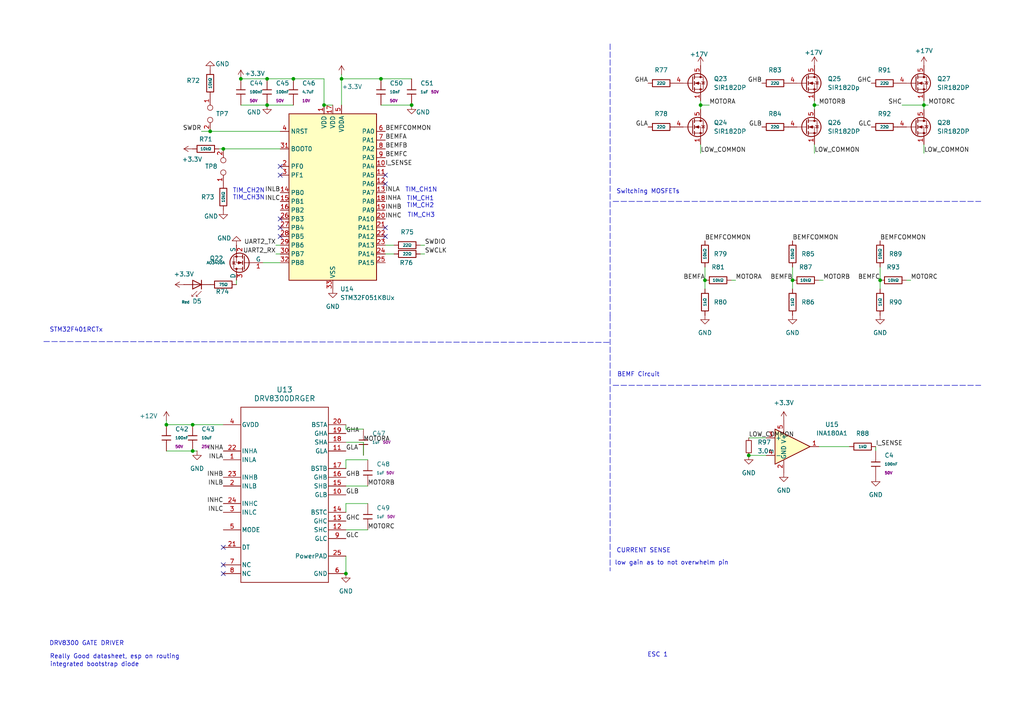
<source format=kicad_sch>
(kicad_sch (version 20250114) (generator "eeschema") (generator_version "9.0")
  (paper "A4")
  (text "DRV8300 GATE DRIVER\n" (at 25.146 186.69 0) (effects (font (size 1.27 1.27))))
  (text "TIM_CH3\n\n" (at 122.174 63.5 0) (effects (font (size 1.27 1.27))))
  (text "TIM_CH1N" (at 122.174 55.118 0) (effects (font (size 1.27 1.27))))
  (text "low gain as to not overwhelm pin\n" (at 194.818 163.322 0) (effects (font (size 1.27 1.27))))
  (text "Switching MOSFETs\n" (at 187.96 55.626 0) (effects (font (size 1.27 1.27))))
  (text "CURRENT SENSE\n" (at 186.69 159.766 0) (effects (font (size 1.27 1.27))))
  (text "integrated bootstrap diode\n" (at 27.432 192.786 0) (effects (font (size 1.27 1.27))))
  (text "TIM_CH3N\n\n\n" (at 72.136 59.436 0) (effects (font (size 1.27 1.27))))
  (text "BEMF Circuit\n" (at 185.166 108.712 0) (effects (font (size 1.27 1.27))))
  (text "STM32F401RCTx" (at 22.098 95.758 0) (effects (font (size 1.27 1.27))))
  (text "TIM_CH2\n\n" (at 121.92 60.706 0) (effects (font (size 1.27 1.27))))
  (text "ESC 1" (at 190.754 189.992 0) (effects (font (size 1.27 1.27))))
  (text "TIM_CH1\n" (at 121.92 57.658 0) (effects (font (size 1.27 1.27))))
  (text "TIM_CH2N\n\n\n" (at 72.136 57.404 0) (effects (font (size 1.27 1.27))))
  (text "Really Good datasheet, esp on routing\n" (at 33.274 190.5 0) (effects (font (size 1.27 1.27))))
  (junction (at 48.26 123.19))
  (junction (at 203.2 30.48))
  (junction (at 85.09 22.86))
  (junction (at 69.85 22.86))
  (junction (at 119.38 30.48))
  (junction (at 99.06 22.86))
  (junction (at 93.98 30.48))
  (junction (at 236.22 30.48))
  (junction (at 255.27 81.28))
  (junction (at 77.47 22.86))
  (junction (at 217.17 132.08))
  (junction (at 267.97 30.48))
  (junction (at 60.96 38.1))
  (junction (at 110.49 22.86))
  (junction (at 204.47 81.28))
  (junction (at 55.88 123.19))
  (junction (at 55.88 130.81))
  (junction (at 77.47 30.48))
  (junction (at 100.33 166.37))
  (junction (at 229.87 81.28))
  (junction (at 64.77 43.18))
  (no_connect (at 111.76 68.58))
  (no_connect (at 81.28 50.8))
  (no_connect (at 64.77 166.37))
  (no_connect (at 111.76 66.04))
  (no_connect (at 111.76 50.8))
  (no_connect (at 81.28 48.26))
  (no_connect (at 64.77 163.83))
  (no_connect (at 111.76 53.34))
  (no_connect (at 81.28 63.5))
  (no_connect (at 64.77 158.75))
  (no_connect (at 81.28 68.58))
  (no_connect (at 81.28 66.04))
  (wire (pts (xy 93.98 22.86) (xy 85.09 22.86)))
  (wire (pts (xy 63.5 43.18) (xy 64.77 43.18)))
  (wire (pts (xy 100.33 146.05) (xy 100.33 148.59)))
  (wire (pts (xy 99.06 21.59) (xy 99.06 22.86)))
  (wire (pts (xy 203.2 29.21) (xy 203.2 30.48)))
  (wire (pts (xy 100.33 124.46) (xy 100.33 123.19)))
  (wire (pts (xy 261.62 30.48) (xy 267.97 30.48)))
  (wire (pts (xy 217.17 132.08) (xy 222.25 132.08)))
  (polyline (pts (xy 176.9572 91.4718) (xy 176.9571 165.6086)) (stroke (width 0) (type dash)))
  (polyline (pts (xy 176.9572 12.7318) (xy 176.9572 91.4718)) (stroke (width 0) (type dash)))
  (wire (pts (xy 267.97 44.45) (xy 267.97 41.91)))
  (wire (pts (xy 105.41 128.27) (xy 100.33 128.27)))
  (wire (pts (xy 229.87 81.28) (xy 229.87 83.82)))
  (wire (pts (xy 58.42 38.1) (xy 60.96 38.1)))
  (wire (pts (xy 76.2 76.2) (xy 81.28 76.2)))
  (wire (pts (xy 204.47 77.47) (xy 204.47 81.28)))
  (wire (pts (xy 121.92 73.66) (xy 123.19 73.66)))
  (wire (pts (xy 80.01 71.12) (xy 81.28 71.12)))
  (wire (pts (xy 100.33 153.67) (xy 106.68 153.67)))
  (wire (pts (xy 205.74 30.48) (xy 203.2 30.48)))
  (wire (pts (xy 77.47 30.48) (xy 85.09 30.48)))
  (polyline (pts (xy 177.8 58.42) (xy 284.48 58.42)) (stroke (width 0) (type dash)))
  (wire (pts (xy 255.27 77.47) (xy 255.27 81.28)))
  (wire (pts (xy 236.22 30.48) (xy 236.22 31.75)))
  (wire (pts (xy 60.96 38.1) (xy 81.28 38.1)))
  (wire (pts (xy 262.89 81.28) (xy 264.16 81.28)))
  (polyline (pts (xy 177.8 111.76) (xy 284.48 111.76)) (stroke (width 0) (type dash)))
  (wire (pts (xy 229.87 77.47) (xy 229.87 81.28)))
  (wire (pts (xy 110.49 30.48) (xy 119.38 30.48)))
  (wire (pts (xy 100.33 133.35) (xy 100.33 135.89)))
  (wire (pts (xy 77.47 22.86) (xy 85.09 22.86)))
  (wire (pts (xy 204.47 81.28) (xy 204.47 83.82)))
  (wire (pts (xy 55.88 123.19) (xy 64.77 123.19)))
  (wire (pts (xy 212.09 81.28) (xy 213.36 81.28)))
  (wire (pts (xy 48.26 123.19) (xy 55.88 123.19)))
  (wire (pts (xy 48.26 130.81) (xy 55.88 130.81)))
  (wire (pts (xy 106.68 133.35) (xy 100.33 133.35)))
  (wire (pts (xy 99.06 22.86) (xy 99.06 30.48)))
  (wire (pts (xy 237.49 30.48) (xy 236.22 30.48)))
  (wire (pts (xy 69.85 30.48) (xy 77.47 30.48)))
  (wire (pts (xy 267.97 30.48) (xy 267.97 31.75)))
  (wire (pts (xy 64.77 43.18) (xy 81.28 43.18)))
  (wire (pts (xy 246.38 129.54) (xy 237.49 129.54)))
  (wire (pts (xy 111.76 71.12) (xy 114.3 71.12)))
  (wire (pts (xy 105.41 132.08) (xy 105.41 128.27)))
  (wire (pts (xy 114.3 73.66) (xy 111.76 73.66)))
  (wire (pts (xy 121.92 71.12) (xy 123.19 71.12)))
  (wire (pts (xy 217.17 127) (xy 222.25 127)))
  (wire (pts (xy 55.88 130.81) (xy 57.15 130.81)))
  (wire (pts (xy 48.26 121.92) (xy 48.26 123.19)))
  (polyline (pts (xy 12.7 99.06) (xy 176.9006 99.308)) (stroke (width 0) (type dash)))
  (wire (pts (xy 119.38 22.86) (xy 110.49 22.86)))
  (wire (pts (xy 100.33 161.29) (xy 100.33 166.37)))
  (wire (pts (xy 68.58 81.28) (xy 68.58 82.55)))
  (wire (pts (xy 100.33 124.46) (xy 105.41 124.46)))
  (wire (pts (xy 93.98 30.48) (xy 96.52 30.48)))
  (wire (pts (xy 106.68 146.05) (xy 100.33 146.05)))
  (wire (pts (xy 267.97 29.21) (xy 267.97 30.48)))
  (wire (pts (xy 255.27 81.28) (xy 255.27 83.82)))
  (wire (pts (xy 69.85 22.86) (xy 77.47 22.86)))
  (wire (pts (xy 203.2 30.48) (xy 203.2 31.75)))
  (wire (pts (xy 236.22 29.21) (xy 236.22 30.48)))
  (wire (pts (xy 99.06 22.86) (xy 110.49 22.86)))
  (wire (pts (xy 237.49 81.28) (xy 238.76 81.28)))
  (wire (pts (xy 80.01 73.66) (xy 81.28 73.66)))
  (wire (pts (xy 254 130.81) (xy 254 129.54)))
  (wire (pts (xy 269.24 30.48) (xy 267.97 30.48)))
  (wire (pts (xy 236.22 44.45) (xy 236.22 41.91)))
  (wire (pts (xy 203.2 44.45) (xy 203.2 41.91)))
  (wire (pts (xy 93.98 30.48) (xy 93.98 22.86)))
  (wire (pts (xy 100.33 140.97) (xy 106.68 140.97)))
  (label "GLC" (at 252.73 36.83 180))
  (label "SWCLK" (at 123.19 73.66 0))
  (label "SWDIO" (at 123.19 71.12 0))
  (label "MOTORC" (at 264.16 81.28 0))
  (label "BEMFCOMMON" (at 229.87 69.85 0))
  (label "INLB" (at 64.77 140.97 180))
  (label "MOTORB" (at 106.68 140.97 0))
  (label "INLC" (at 81.28 58.42 180))
  (label "GHA" (at 187.96 24.13 180))
  (label "GHC" (at 100.33 151.13 0))
  (label "MOTORB" (at 238.76 81.28 0))
  (label "UART2_RX" (at 80.01 73.66 180))
  (label "UART2_TX" (at 80.01 71.12 180))
  (label "MOTORB" (at 237.49 30.48 0))
  (label "BEMFCOMMON" (at 255.27 69.85 0))
  (label "MOTORC" (at 106.68 153.67 0))
  (label "GLB" (at 220.98 36.83 180))
  (label "MOTORA" (at 213.36 81.28 0))
  (label "INLB" (at 81.28 55.88 180))
  (label "GLB" (at 100.33 143.51 0))
  (label "LOW_COMMON" (at 203.2 44.45 0))
  (label "INHB" (at 64.77 138.43 180))
  (label "BEMFA" (at 111.76 40.64 0))
  (label "BEMFA" (at 204.47 81.28 180))
  (label "BEMFC" (at 255.27 81.28 180))
  (label "GHC" (at 252.73 24.13 180))
  (label "I_SENSE" (at 111.76 48.26 0))
  (label "INHB" (at 111.76 60.96 0))
  (label "MOTORC" (at 269.24 30.48 0))
  (label "I_SENSE" (at 254 129.54 0))
  (label "INLC" (at 64.77 148.59 180))
  (label "MOTORA" (at 105.41 128.27 0))
  (label "GHB" (at 220.98 24.13 180))
  (label "INLA" (at 111.76 55.88 0))
  (label "SHC" (at 261.62 30.48 180))
  (label "LOW_COMMON" (at 236.22 44.45 0))
  (label "BEMFCOMMON" (at 204.47 69.85 0))
  (label "SWDR" (at 58.42 38.1 180))
  (label "LOW_COMMON" (at 267.97 44.45 0))
  (label "GHA" (at 100.33 125.73 0))
  (label "INHC" (at 111.76 63.5 0))
  (label "BEMFCOMMON" (at 111.76 38.1 0))
  (label "BEMFB" (at 229.87 81.28 180))
  (label "BEMFB" (at 111.76 43.18 0))
  (label "MOTORA" (at 205.74 30.48 0))
  (label "INHA" (at 111.76 58.42 0))
  (label "GLA" (at 100.33 130.81 0))
  (label "INHC" (at 64.77 146.05 180))
  (label "INHA" (at 64.77 130.81 180))
  (label "LOW_COMMON" (at 217.17 127 0))
  (label "GLA" (at 187.96 36.83 180))
  (label "INLA" (at 64.77 133.35 180))
  (label "BEMFC" (at 111.76 45.72 0))
  (label "GHB" (at 100.33 138.43 0))
  (label "GLC" (at 100.33 156.21 0))
  (symbol (lib_id "PCM_JLCPCB-Resistors:0402,22Ω") (at 191.77 24.13 90) (unit 1)
    (property "Reference" "R33" (at 191.77 20.32 90))
    (property "Value" "22Ω" (at 191.77 24.13 90) (effects (font (size 0.8 0.8))))
    (property "Footprint" "PCM_JLCPCB:R_0402" (effects (hide yes)))
    (property "Description" "100mW Thick Film Resistor ±5% ±200ppm/℃ 22Ω 0402 Chip Resistor - Surface Mount ROHS" (effects (hide yes)))
    (property "LCSC" "C400511" (effects (hide yes)))
    (property "Stock" "3325167" (effects (hide yes)))
    (property "Price" "0.004USD" (effects (hide yes)))
    (property "Process" "SMT" (effects (hide yes)))
    (property "Minimum Qty" "20" (effects (hide yes)))
    (property "Attrition Qty" "10" (effects (hide yes)))
    (property "Class" "Basic Component" (effects (hide yes)))
    (property "Category" "Resistors,Chip Resistor - Surface Mount" (effects (hide yes)))
    (property "Resistance" "22Ω" (effects (hide yes)))
    (property "Power(Watts)" "100mW" (effects (hide yes)))
    (property "Type" "Thick Film Resistors" (effects (hide yes)))
    (property "Tolerance" "±1%" (effects (hide yes)))
    (property "Temperature Coefficient" "±100ppm/°C" (effects (hide yes)))
    (instances (project "ESC_Board" (path "" (reference "R77") (unit 1)) (path "" (reference "R54") (unit 1)) (path "" (reference "R33") (unit 1))))
  )
  (symbol (lib_name "0603,1uF_2") (lib_id "PCM_JLCPCB-Capacitors:0603,1uF") (at 105.41 128.27 0) (unit 1)
    (property "Reference" "C29" (at 107.95 125.7299 0) (effects (justify left)))
    (property "Value" "1uF" (at 107.95 128.27 0) (effects (font (size 0.8 0.8)) (justify left)))
    (property "Footprint" "PCM_JLCPCB:C_0603" (effects (hide yes)))
    (property "Description" "50V 1uF X7R ±10% 0603 Multilayer Ceramic Capacitors MLCC - SMD/SMT ROHS" (effects (hide yes)))
    (property "LCSC" "C6119857" (effects (hide yes)))
    (property "Stock" "11587280" (effects (hide yes)))
    (property "Price" "0.008USD" (effects (hide yes)))
    (property "Process" "SMT" (effects (hide yes)))
    (property "Minimum Qty" "20" (effects (hide yes)))
    (property "Attrition Qty" "10" (effects (hide yes)))
    (property "Class" "Basic Component" (effects (hide yes)))
    (property "Category" "Capacitors,Multilayer Ceramic Capacitors MLCC - SMD/SMT" (effects (hide yes)))
    (property "Voltage Rated" "50V" (at 110.998 128.27 0) (effects (font (size 0.8 0.8)) (justify left)))
    (property "Tolerance" "±10%" (effects (hide yes)))
    (property "Capacitance" "1uF" (effects (hide yes)))
    (property "Temperature Coefficient" "X5R" (effects (hide yes)))
    (instances (project "ESC_Board" (path "" (reference "C47") (unit 1)) (path "" (reference "C37") (unit 1)) (path "" (reference "C29") (unit 1))))
  )
  (symbol (lib_id "PCM_JLCPCB-Capacitors:0402,10nF") (at 110.49 26.67 0) (unit 1)
    (property "Reference" "C19" (at 113.03 24.1299 0) (effects (justify left)))
    (property "Value" "10nF" (at 113.03 26.67 0) (effects (font (size 0.8 0.8)) (justify left)))
    (property "Footprint" "PCM_JLCPCB:C_0402" (effects (hide yes)))
    (property "Datasheet" "https://www.lcsc.com/datasheet/lcsc_datasheet_2304140030_Samsung-Electro-Mechanics-CL05B103KB5NNNC_C15195.pdf" (effects (hide yes)))
    (property "Description" "50V 10nF X7R ±10% 0402 Multilayer Ceramic Capacitors MLCC - SMD/SMT ROHS" (effects (hide yes)))
    (property "LCSC" "C15195" (effects (hide yes)))
    (property "Stock" "6402406" (effects (hide yes)))
    (property "Price" "0.005USD" (effects (hide yes)))
    (property "Process" "SMT" (effects (hide yes)))
    (property "Minimum Qty" "20" (effects (hide yes)))
    (property "Attrition Qty" "10" (effects (hide yes)))
    (property "Class" "Basic Component" (effects (hide yes)))
    (property "Category" "Capacitors,Multilayer Ceramic Capacitors MLCC - SMD/SMT" (effects (hide yes)))
    (property "Manufacturer" "Samsung Electro-Mechanics" (effects (hide yes)))
    (property "Part" "CL05B103KB5NNNC" (effects (hide yes)))
    (property "Voltage Rated" "50V" (at 113.03 29.21 0) (effects (font (size 0.8 0.8)) (justify left)))
    (property "Tolerance" "±10%" (effects (hide yes)))
    (property "Capacitance" "10nF" (effects (hide yes)))
    (property "Temperature Coefficient" "X7R" (effects (hide yes)))
    (instances (project "ESC_Board" (path "" (reference "C50") (unit 1)) (path "" (reference "C40") (unit 1)) (path "" (reference "C19") (unit 1))))
  )
  (symbol (lib_id "PCM_JLCPCB-Capacitors:0402,4.7uF") (at 85.09 26.67 0) (unit 1)
    (property "Reference" "C18" (at 87.63 24.1299 0) (effects (justify left)))
    (property "Value" "4.7uF" (at 87.63 26.67 0) (effects (font (size 0.8 0.8)) (justify left)))
    (property "Footprint" "PCM_JLCPCB:C_0402" (effects (hide yes)))
    (property "Datasheet" "https://www.lcsc.com/datasheet/lcsc_datasheet_2304140030_Samsung-Electro-Mechanics-CL05A475MP5NRNC_C23733.pdf" (effects (hide yes)))
    (property "Description" "10V 4.7uF X5R ±20% 0402 Multilayer Ceramic Capacitors MLCC - SMD/SMT ROHS" (effects (hide yes)))
    (property "LCSC" "C23733" (effects (hide yes)))
    (property "Stock" "2764687" (effects (hide yes)))
    (property "Price" "0.008USD" (effects (hide yes)))
    (property "Process" "SMT" (effects (hide yes)))
    (property "Minimum Qty" "20" (effects (hide yes)))
    (property "Attrition Qty" "10" (effects (hide yes)))
    (property "Class" "Basic Component" (effects (hide yes)))
    (property "Category" "Capacitors,Multilayer Ceramic Capacitors MLCC - SMD/SMT" (effects (hide yes)))
    (property "Manufacturer" "Samsung Electro-Mechanics" (effects (hide yes)))
    (property "Part" "CL05A475MP5NRNC" (effects (hide yes)))
    (property "Voltage Rated" "10V" (at 87.63 29.21 0) (effects (font (size 0.8 0.8)) (justify left)))
    (property "Tolerance" "±20%" (effects (hide yes)))
    (property "Capacitance" "4.7uF" (effects (hide yes)))
    (property "Temperature Coefficient" "X5R" (effects (hide yes)))
    (instances (project "ESC_Board" (path "" (reference "C46") (unit 1)) (path "" (reference "C36") (unit 1)) (path "" (reference "C18") (unit 1))))
  )
  (symbol (lib_id "power:GND") (at 64.77 60.96 0) (unit 1)
    (property "Reference" "#PWR027" (effects (hide yes)))
    (property "Value" "GND" (at 61.214 62.738 0))
    (property "Description" "Power symbol creates a global label with name \"GND\" , ground" (effects (hide yes)))
    (instances (project "ESC_Board" (path "" (reference "#PWR086") (unit 1)) (path "" (reference "#PWR063") (unit 1)) (path "" (reference "#PWR027") (unit 1))))
  )
  (symbol (lib_id "PCM_JLCPCB-Resistors:0402,22Ω") (at 118.11 71.12 90) (unit 1)
    (property "Reference" "R31" (at 118.11 67.31 90))
    (property "Value" "22Ω" (at 118.11 71.12 90) (effects (font (size 0.8 0.8))))
    (property "Footprint" "PCM_JLCPCB:R_0402" (effects (hide yes)))
    (property "Description" "100mW Thick Film Resistor ±5% ±200ppm/℃ 22Ω 0402 Chip Resistor - Surface Mount ROHS" (effects (hide yes)))
    (property "LCSC" "C400511" (effects (hide yes)))
    (property "Stock" "3325167" (effects (hide yes)))
    (property "Price" "0.004USD" (effects (hide yes)))
    (property "Process" "SMT" (effects (hide yes)))
    (property "Minimum Qty" "20" (effects (hide yes)))
    (property "Attrition Qty" "10" (effects (hide yes)))
    (property "Class" "Basic Component" (effects (hide yes)))
    (property "Category" "Resistors,Chip Resistor - Surface Mount" (effects (hide yes)))
    (property "Resistance" "22Ω" (effects (hide yes)))
    (property "Power(Watts)" "100mW" (effects (hide yes)))
    (property "Type" "Thick Film Resistors" (effects (hide yes)))
    (property "Tolerance" "±1%" (effects (hide yes)))
    (property "Temperature Coefficient" "±100ppm/°C" (effects (hide yes)))
    (instances (project "ESC_Board" (path "" (reference "R75") (unit 1)) (path "" (reference "R52") (unit 1)) (path "" (reference "R31") (unit 1))))
  )
  (symbol (lib_id "power:+5V") (at 48.26 121.92 0) (mirror y) (unit 1)
    (property "Reference" "#PWR048" (effects (hide yes)))
    (property "Value" "+12V" (at 45.72 120.6499 0) (effects (justify left)))
    (property "Description" "Power symbol creates a global label with name \"+5V\"" (effects (hide yes)))
    (instances (project "ESC_Board" (path "" (reference "#PWR081") (unit 1)) (path "" (reference "#PWR058") (unit 1)) (path "" (reference "#PWR048") (unit 1))))
  )
  (symbol (lib_id "PCM_JLCPCB-Resistors:0402,10kΩ") (at 59.69 43.18 90) (unit 1)
    (property "Reference" "R28" (at 59.69 40.386 90))
    (property "Value" "10kΩ" (at 59.69 43.18 90) (effects (font (size 0.8 0.8))))
    (property "Footprint" "PCM_JLCPCB:R_0402" (effects (hide yes)))
    (property "Description" "100mW Thick Film Resistor ±100ppm/℃ ±1% 10kΩ 0402 Chip Resistor - Surface Mount ROHS" (effects (hide yes)))
    (property "LCSC" "C191123" (effects (hide yes)))
    (property "Stock" "15645317" (effects (hide yes)))
    (property "Price" "0.004USD" (effects (hide yes)))
    (property "Process" "SMT" (effects (hide yes)))
    (property "Minimum Qty" "20" (effects (hide yes)))
    (property "Attrition Qty" "10" (effects (hide yes)))
    (property "Class" "Basic Component" (effects (hide yes)))
    (property "Category" "Resistors,Chip Resistor - Surface Mount" (effects (hide yes)))
    (property "Resistance" "10kΩ" (effects (hide yes)))
    (property "Power(Watts)" "100mW" (effects (hide yes)))
    (property "Type" "Thick Film Resistors" (effects (hide yes)))
    (property "Tolerance" "±1%" (effects (hide yes)))
    (property "Temperature Coefficient" "±100ppm/°C" (effects (hide yes)))
    (instances (project "ESC_Board" (path "" (reference "R71") (unit 1)) (path "" (reference "R48") (unit 1)) (path "" (reference "R28") (unit 1))))
  )
  (symbol (lib_id "PCM_JLCPCB-Resistors:0603,1kΩ") (at 255.27 87.63 0) (unit 1)
    (property "Reference" "R44" (at 257.81 87.6299 0) (effects (justify left)))
    (property "Value" "1kΩ" (at 255.27 87.63 90) (effects (font (size 0.8 0.8))))
    (property "Footprint" "PCM_JLCPCB:R_0402" (effects (hide yes)))
    (property "Description" "100mW Thick Film Resistor 50V ±100ppm/℃ ±5% 1kΩ 0402 Chip Resistor - Surface Mount ROHS" (effects (hide yes)))
    (property "LCSC" "C2759467" (effects (hide yes)))
    (property "Stock" "23435537" (effects (hide yes)))
    (property "Price" "0.004USD" (effects (hide yes)))
    (property "Process" "SMT" (effects (hide yes)))
    (property "Minimum Qty" "20" (effects (hide yes)))
    (property "Attrition Qty" "10" (effects (hide yes)))
    (property "Class" "Basic Component" (effects (hide yes)))
    (property "Category" "Resistors,Chip Resistor - Surface Mount" (effects (hide yes)))
    (property "Part" "HP02WAJ0102TCE" (effects (hide yes)))
    (property "Resistance" "1kΩ" (effects (hide yes)))
    (property "Power(Watts)" "100mW" (effects (hide yes)))
    (property "Type" "Thick Film Resistors" (effects (hide yes)))
    (property "Tolerance" "±1%" (effects (hide yes)))
    (property "Temperature Coefficient" "±100ppm/°C" (effects (hide yes)))
    (instances (project "ESC_Board" (path "" (reference "R90") (unit 1)) (path "" (reference "R67") (unit 1)) (path "" (reference "R44") (unit 1))))
  )
  (symbol (lib_id "power:+3.3V") (at 227.33 121.92 0) (unit 1)
    (property "Reference" "#PWR057" (effects (hide yes)))
    (property "Value" "+3.3V" (at 227.33 116.84 0))
    (property "Description" "Power symbol creates a global label with name \"+3.3V\"" (effects (hide yes)))
    (instances (project "ESC_Board" (path "" (reference "#PWR097") (unit 1)) (path "" (reference "#PWR074") (unit 1)) (path "" (reference "#PWR057") (unit 1))))
  )
  (symbol (lib_id "power:+3.3V") (at 55.88 43.18 90) (unit 1)
    (property "Reference" "#PWR025" (effects (hide yes)))
    (property "Value" "+3.3V" (at 58.674 46.228 90) (effects (justify left)))
    (property "Description" "Power symbol creates a global label with name \"+3.3V\"" (effects (hide yes)))
    (instances (project "ESC_Board" (path "" (reference "#PWR083") (unit 1)) (path "" (reference "#PWR060") (unit 1)) (path "" (reference "#PWR025") (unit 1))))
  )
  (symbol (lib_id "Transistor_FET:BSC13DN30NSFD") (at 233.68 24.13 0) (unit 1)
    (property "Reference" "Q11" (at 240.03 22.8599 0) (effects (justify left)))
    (property "Value" "SIR182Dp" (at 240.03 25.3999 0) (effects (justify left)))
    (property "Footprint" "Package_TO_SOT_SMD:TDSON-8-1" (effects (hide yes)))
    (property "Description" "60V 50A 50W 11mΩ@10V,50A 4V@23uA 1 N-Channel TDSON-8-EP(5x6) MOSFETs ROHS" (effects (hide yes)))
    (property "LCSC" " C151507" (effects (hide yes)))
    (instances (project "ESC_Board" (path "" (reference "Q25") (unit 1)) (path "" (reference "Q18") (unit 1)) (path "" (reference "Q11") (unit 1))))
  )
  (symbol (lib_id "PCM_JLCPCB-Resistors:0402,10kΩ") (at 64.77 57.15 0) (mirror x) (unit 1)
    (property "Reference" "R30" (at 62.23 57.1499 0) (effects (justify right)))
    (property "Value" "10kΩ" (at 64.77 57.15 90) (effects (font (size 0.8 0.8))))
    (property "Footprint" "PCM_JLCPCB:R_0402" (effects (hide yes)))
    (property "Description" "100mW Thick Film Resistor ±100ppm/℃ ±1% 10kΩ 0402 Chip Resistor - Surface Mount ROHS" (effects (hide yes)))
    (property "LCSC" "C191123" (effects (hide yes)))
    (property "Stock" "15645317" (effects (hide yes)))
    (property "Price" "0.004USD" (effects (hide yes)))
    (property "Process" "SMT" (effects (hide yes)))
    (property "Minimum Qty" "20" (effects (hide yes)))
    (property "Attrition Qty" "10" (effects (hide yes)))
    (property "Class" "Basic Component" (effects (hide yes)))
    (property "Category" "Resistors,Chip Resistor - Surface Mount" (effects (hide yes)))
    (property "Resistance" "10kΩ" (effects (hide yes)))
    (property "Power(Watts)" "100mW" (effects (hide yes)))
    (property "Type" "Thick Film Resistors" (effects (hide yes)))
    (property "Tolerance" "±1%" (effects (hide yes)))
    (property "Temperature Coefficient" "±100ppm/°C" (effects (hide yes)))
    (instances (project "ESC_Board" (path "" (reference "R73") (unit 1)) (path "" (reference "R50") (unit 1)) (path "" (reference "R30") (unit 1))))
  )
  (symbol (lib_id "Transistor_FET:BSC13DN30NSFD") (at 233.68 36.83 0) (unit 1)
    (property "Reference" "Q12" (at 240.03 35.5599 0) (effects (justify left)))
    (property "Value" "SIR182DP" (at 240.03 38.0999 0) (effects (justify left)))
    (property "Footprint" "Package_TO_SOT_SMD:TDSON-8-1" (effects (hide yes)))
    (property "Description" "60V 50A 50W 11mΩ@10V,50A 4V@23uA 1 N-Channel TDSON-8-EP(5x6) MOSFETs ROHS" (effects (hide yes)))
    (property "LCSC" " C151507" (effects (hide yes)))
    (instances (project "ESC_Board" (path "" (reference "Q26") (unit 1)) (path "" (reference "Q19") (unit 1)) (path "" (reference "Q12") (unit 1))))
  )
  (symbol (lib_name "0603,1uF_2") (lib_id "PCM_JLCPCB-Capacitors:0603,1uF") (at 119.38 26.67 0) (unit 1)
    (property "Reference" "C27" (at 121.92 24.1299 0) (effects (justify left)))
    (property "Value" "1uF" (at 121.92 26.67 0) (effects (font (size 0.8 0.8)) (justify left)))
    (property "Footprint" "PCM_JLCPCB:C_0603" (effects (hide yes)))
    (property "Description" "50V 1uF X7R ±10% 0603 Multilayer Ceramic Capacitors MLCC - SMD/SMT ROHS" (effects (hide yes)))
    (property "LCSC" "C6119857" (effects (hide yes)))
    (property "Stock" "11587280" (effects (hide yes)))
    (property "Price" "0.008USD" (effects (hide yes)))
    (property "Process" "SMT" (effects (hide yes)))
    (property "Minimum Qty" "20" (effects (hide yes)))
    (property "Attrition Qty" "10" (effects (hide yes)))
    (property "Class" "Basic Component" (effects (hide yes)))
    (property "Category" "Capacitors,Multilayer Ceramic Capacitors MLCC - SMD/SMT" (effects (hide yes)))
    (property "Voltage Rated" "50V" (at 124.968 26.67 0) (effects (font (size 0.8 0.8)) (justify left)))
    (property "Tolerance" "±10%" (effects (hide yes)))
    (property "Capacitance" "1uF" (effects (hide yes)))
    (property "Temperature Coefficient" "X5R" (effects (hide yes)))
    (instances (project "ESC_Board" (path "" (reference "C51") (unit 1)) (path "" (reference "C41") (unit 1)) (path "" (reference "C27") (unit 1))))
  )
  (symbol (lib_id "PCM_JLCPCB-Resistors:0402,22Ω") (at 256.54 24.13 90) (unit 1)
    (property "Reference" "R45" (at 256.54 20.32 90))
    (property "Value" "22Ω" (at 256.54 24.13 90) (effects (font (size 0.8 0.8))))
    (property "Footprint" "PCM_JLCPCB:R_0402" (effects (hide yes)))
    (property "Description" "100mW Thick Film Resistor ±5% ±200ppm/℃ 22Ω 0402 Chip Resistor - Surface Mount ROHS" (effects (hide yes)))
    (property "LCSC" "C400511" (effects (hide yes)))
    (property "Stock" "3325167" (effects (hide yes)))
    (property "Price" "0.004USD" (effects (hide yes)))
    (property "Process" "SMT" (effects (hide yes)))
    (property "Minimum Qty" "20" (effects (hide yes)))
    (property "Attrition Qty" "10" (effects (hide yes)))
    (property "Class" "Basic Component" (effects (hide yes)))
    (property "Category" "Resistors,Chip Resistor - Surface Mount" (effects (hide yes)))
    (property "Resistance" "22Ω" (effects (hide yes)))
    (property "Power(Watts)" "100mW" (effects (hide yes)))
    (property "Type" "Thick Film Resistors" (effects (hide yes)))
    (property "Tolerance" "±1%" (effects (hide yes)))
    (property "Temperature Coefficient" "±100ppm/°C" (effects (hide yes)))
    (instances (project "ESC_Board" (path "" (reference "R91") (unit 1)) (path "" (reference "R68") (unit 1)) (path "" (reference "R45") (unit 1))))
  )
  (symbol (lib_id "2025-07-10_00-49-41:DRV8300DRGER") (at 64.77 123.19 0) (unit 1)
    (property "Reference" "U8" (at 82.55 113.03 0) (effects (font (size 1.524 1.524))))
    (property "Value" "DRV8300DRGER" (at 82.55 115.57 0) (effects (font (size 1.524 1.524))))
    (property "Footprint" "RGE0024B-IPC_A" (effects (hide yes)))
    (property "Datasheet" "https://www.ti.com/lit/gpn/drv8300" (effects (hide yes)))
    (instances (project "ESC_Board" (path "" (reference "U13") (unit 1)) (path "" (reference "U10") (unit 1)) (path "" (reference "U8") (unit 1))))
  )
  (symbol (lib_id "power:+3.3V") (at 267.97 19.05 0) (unit 1)
    (property "Reference" "#PWR056" (effects (hide yes)))
    (property "Value" "+17V" (at 267.97 14.732 0))
    (property "Description" "Power symbol creates a global label with name \"+3.3V\"" (effects (hide yes)))
    (instances (project "ESC_Board" (path "" (reference "#PWR0103") (unit 1)) (path "" (reference "#PWR080") (unit 1)) (path "" (reference "#PWR056") (unit 1))))
  )
  (symbol (lib_id "Transistor_FET:BSC13DN30NSFD") (at 265.43 24.13 0) (unit 1)
    (property "Reference" "Q13" (at 271.78 22.8599 0) (effects (justify left)))
    (property "Value" "SIR182DP" (at 271.78 25.3999 0) (effects (justify left)))
    (property "Footprint" "Package_TO_SOT_SMD:TDSON-8-1" (effects (hide yes)))
    (property "Description" "60V 50A 50W 11mΩ@10V,50A 4V@23uA 1 N-Channel TDSON-8-EP(5x6) MOSFETs ROHS" (effects (hide yes)))
    (property "LCSC" " C151507" (effects (hide yes)))
    (instances (project "ESC_Board" (path "" (reference "Q27") (unit 1)) (path "" (reference "Q20") (unit 1)) (path "" (reference "Q13") (unit 1))))
  )
  (symbol (lib_id "PCM_JLCPCB-Capacitors:0402,100nF,(2)") (at 254 134.62 0) (unit 1)
    (property "Reference" "C2" (at 256.54 132.0799 0) (effects (justify left)))
    (property "Value" "100nF" (at 256.54 134.62 0) (effects (font (size 0.8 0.8)) (justify left)))
    (property "Footprint" "PCM_JLCPCB:C_0402" (effects (hide yes)))
    (property "Datasheet" "https://www.lcsc.com/datasheet/lcsc_datasheet_2304140030_Samsung-Electro-Mechanics-CL05B104KB54PNC_C307331.pdf" (effects (hide yes)))
    (property "Description" "50V 100nF X7R ±10% 0402 Multilayer Ceramic Capacitors MLCC - SMD/SMT ROHS" (effects (hide yes)))
    (property "LCSC" "C307331" (effects (hide yes)))
    (property "Stock" "6934327" (effects (hide yes)))
    (property "Price" "0.008USD" (effects (hide yes)))
    (property "Process" "SMT" (effects (hide yes)))
    (property "Minimum Qty" "20" (effects (hide yes)))
    (property "Attrition Qty" "10" (effects (hide yes)))
    (property "Class" "Basic Component" (effects (hide yes)))
    (property "Category" "Capacitors,Multilayer Ceramic Capacitors MLCC - SMD/SMT" (effects (hide yes)))
    (property "Manufacturer" "Samsung Electro-Mechanics" (effects (hide yes)))
    (property "Part" "CL05B104KB54PNC" (effects (hide yes)))
    (property "Voltage Rated" "50V" (at 256.54 137.16 0) (effects (font (size 0.8 0.8)) (justify left)))
    (property "Tolerance" "±10%" (effects (hide yes)))
    (property "Capacitance" "100nF" (effects (hide yes)))
    (property "Temperature Coefficient" "X7R" (effects (hide yes)))
    (instances (project "ESC_Board" (path "" (reference "C4") (unit 1)) (path "" (reference "C3") (unit 1)) (path "" (reference "C2") (unit 1))))
  )
  (symbol (lib_name "0603,10uF,(2)_1") (lib_id "PCM_JLCPCB-Capacitors:0603,10uF,(2)") (at 55.88 127 180) (unit 1)
    (property "Reference" "C28" (at 58.42 124.4599 0) (effects (justify right)))
    (property "Value" "10uF" (at 58.42 127 0) (effects (font (size 0.8 0.8)) (justify right)))
    (property "Footprint" "PCM_JLCPCB:C_0603" (effects (hide yes)))
    (property "Datasheet" "https://www.lcsc.com/datasheet/lcsc_datasheet_2304140030_Samsung-Electro-Mechanics-CL10A106MA8NRNC_C96446.pdf" (effects (hide yes)))
    (property "Description" "25V 10uF X5R ±20% 0603 Multilayer Ceramic Capacitors MLCC - SMD/SMT ROHS" (effects (hide yes)))
    (property "LCSC" "C96446" (effects (hide yes)))
    (property "Stock" "4218853" (effects (hide yes)))
    (property "Price" "0.021USD" (effects (hide yes)))
    (property "Process" "SMT" (effects (hide yes)))
    (property "Minimum Qty" "20" (effects (hide yes)))
    (property "Attrition Qty" "8" (effects (hide yes)))
    (property "Class" "Basic Component" (effects (hide yes)))
    (property "Category" "Capacitors,Multilayer Ceramic Capacitors MLCC - SMD/SMT" (effects (hide yes)))
    (property "Manufacturer" "Samsung Electro-Mechanics" (effects (hide yes)))
    (property "Part" "CL10A106MA8NRNC" (effects (hide yes)))
    (property "Voltage Rated" "25V" (at 58.42 129.54 0) (effects (font (size 0.8 0.8)) (justify right)))
    (property "Tolerance" "±20%" (effects (hide yes)))
    (property "Capacitance" "10uF" (effects (hide yes)))
    (property "Temperature Coefficient" "X5R" (effects (hide yes)))
    (instances (project "ESC_Board" (path "" (reference "C43") (unit 1)) (path "" (reference "C33") (unit 1)) (path "" (reference "C28") (unit 1))))
  )
  (symbol (lib_id "Connector:TestPoint_2Pole") (at 60.96 33.02 270) (unit 1)
    (property "Reference" "TP3" (at 66.294 33.02 90) (effects (justify right)))
    (property "Value" "TestPoint_2Pole" (effects (hide yes)))
    (property "Description" "2-polar test point" (effects (hide yes)))
    (instances (project "ESC_Board" (path "" (reference "TP7") (unit 1)) (path "" (reference "TP5") (unit 1)) (path "" (reference "TP3") (unit 1))))
  )
  (symbol (lib_id "power:+3.3V") (at 69.85 22.86 0) (unit 1)
    (property "Reference" "#PWR028" (effects (hide yes)))
    (property "Value" "+3.3V" (at 73.914 21.336 0))
    (property "Description" "Power symbol creates a global label with name \"+3.3V\"" (effects (hide yes)))
    (instances (project "ESC_Board" (path "" (reference "#PWR088") (unit 1)) (path "" (reference "#PWR065") (unit 1)) (path "" (reference "#PWR028") (unit 1))))
  )
  (symbol (lib_id "PCM_JLCPCB-Resistors:0402,22Ω") (at 224.79 24.13 90) (unit 1)
    (property "Reference" "R38" (at 224.79 20.32 90))
    (property "Value" "22Ω" (at 224.79 24.13 90) (effects (font (size 0.8 0.8))))
    (property "Footprint" "PCM_JLCPCB:R_0402" (effects (hide yes)))
    (property "Description" "100mW Thick Film Resistor ±5% ±200ppm/℃ 22Ω 0402 Chip Resistor - Surface Mount ROHS" (effects (hide yes)))
    (property "LCSC" "C400511" (effects (hide yes)))
    (property "Stock" "3325167" (effects (hide yes)))
    (property "Price" "0.004USD" (effects (hide yes)))
    (property "Process" "SMT" (effects (hide yes)))
    (property "Minimum Qty" "20" (effects (hide yes)))
    (property "Attrition Qty" "10" (effects (hide yes)))
    (property "Class" "Basic Component" (effects (hide yes)))
    (property "Category" "Resistors,Chip Resistor - Surface Mount" (effects (hide yes)))
    (property "Resistance" "22Ω" (effects (hide yes)))
    (property "Power(Watts)" "100mW" (effects (hide yes)))
    (property "Type" "Thick Film Resistors" (effects (hide yes)))
    (property "Tolerance" "±1%" (effects (hide yes)))
    (property "Temperature Coefficient" "±100ppm/°C" (effects (hide yes)))
    (instances (project "ESC_Board" (path "" (reference "R83") (unit 1)) (path "" (reference "R60") (unit 1)) (path "" (reference "R38") (unit 1))))
  )
  (symbol (lib_id "PCM_JLCPCB-Resistors:0402,22Ω") (at 256.54 36.83 90) (unit 1)
    (property "Reference" "R46" (at 256.54 33.02 90))
    (property "Value" "22Ω" (at 256.54 36.83 90) (effects (font (size 0.8 0.8))))
    (property "Footprint" "PCM_JLCPCB:R_0402" (effects (hide yes)))
    (property "Description" "100mW Thick Film Resistor ±5% ±200ppm/℃ 22Ω 0402 Chip Resistor - Surface Mount ROHS" (effects (hide yes)))
    (property "LCSC" "C400511" (effects (hide yes)))
    (property "Stock" "3325167" (effects (hide yes)))
    (property "Price" "0.004USD" (effects (hide yes)))
    (property "Process" "SMT" (effects (hide yes)))
    (property "Minimum Qty" "20" (effects (hide yes)))
    (property "Attrition Qty" "10" (effects (hide yes)))
    (property "Class" "Basic Component" (effects (hide yes)))
    (property "Category" "Resistors,Chip Resistor - Surface Mount" (effects (hide yes)))
    (property "Resistance" "22Ω" (effects (hide yes)))
    (property "Power(Watts)" "100mW" (effects (hide yes)))
    (property "Type" "Thick Film Resistors" (effects (hide yes)))
    (property "Tolerance" "±1%" (effects (hide yes)))
    (property "Temperature Coefficient" "±100ppm/°C" (effects (hide yes)))
    (instances (project "ESC_Board" (path "" (reference "R92") (unit 1)) (path "" (reference "R69") (unit 1)) (path "" (reference "R46") (unit 1))))
  )
  (symbol (lib_id "power:+3.3V") (at 203.2 19.05 0) (unit 1)
    (property "Reference" "#PWR051" (effects (hide yes)))
    (property "Value" "+17V" (at 202.692 15.748 0))
    (property "Description" "Power symbol creates a global label with name \"+3.3V\"" (effects (hide yes)))
    (instances (project "ESC_Board" (path "" (reference "#PWR094") (unit 1)) (path "" (reference "#PWR071") (unit 1)) (path "" (reference "#PWR051") (unit 1))))
  )
  (symbol (lib_id "Transistor_FET:BSC13DN30NSFD") (at 265.43 36.83 0) (unit 1)
    (property "Reference" "Q14" (at 271.78 35.5599 0) (effects (justify left)))
    (property "Value" "SIR182DP" (at 271.78 38.0999 0) (effects (justify left)))
    (property "Footprint" "Package_TO_SOT_SMD:TDSON-8-1" (effects (hide yes)))
    (property "Description" "60V 50A 50W 11mΩ@10V,50A 4V@23uA 1 N-Channel TDSON-8-EP(5x6) MOSFETs ROHS" (effects (hide yes)))
    (property "LCSC" " C151507" (effects (hide yes)))
    (instances (project "ESC_Board" (path "" (reference "Q28") (unit 1)) (path "" (reference "Q21") (unit 1)) (path "" (reference "Q14") (unit 1))))
  )
  (symbol (lib_id "power:GND") (at 96.52 83.82 0) (unit 1)
    (property "Reference" "#PWR045" (effects (hide yes)))
    (property "Value" "GND" (at 96.52 88.9 0))
    (property "Description" "Power symbol creates a global label with name \"GND\" , ground" (effects (hide yes)))
    (instances (project "ESC_Board" (path "" (reference "#PWR090") (unit 1)) (path "" (reference "#PWR067") (unit 1)) (path "" (reference "#PWR045") (unit 1))))
  )
  (symbol (lib_id "PCM_JLCPCB-Resistors:0603,10kΩ") (at 233.68 81.28 90) (unit 1)
    (property "Reference" "R42" (at 233.68 77.47 90))
    (property "Value" "10kΩ" (at 233.68 81.28 90) (effects (font (size 0.8 0.8))))
    (property "Footprint" "PCM_JLCPCB:R_0402" (effects (hide yes)))
    (property "Description" "100mW Thick Film Resistor ±100ppm/℃ ±1% 10kΩ 0402 Chip Resistor - Surface Mount ROHS" (effects (hide yes)))
    (property "LCSC" "C191123" (effects (hide yes)))
    (property "Stock" "30892410" (effects (hide yes)))
    (property "Price" "0.004USD" (effects (hide yes)))
    (property "Process" "SMT" (effects (hide yes)))
    (property "Minimum Qty" "20" (effects (hide yes)))
    (property "Attrition Qty" "10" (effects (hide yes)))
    (property "Class" "Basic Component" (effects (hide yes)))
    (property "Category" "Resistors,Chip Resistor - Surface Mount" (effects (hide yes)))
    (property "Resistance" "10kΩ" (effects (hide yes)))
    (property "Power(Watts)" "100mW" (effects (hide yes)))
    (property "Type" "Thick Film Resistors" (effects (hide yes)))
    (property "Tolerance" "±1%" (effects (hide yes)))
    (property "Temperature Coefficient" "±100ppm/°C" (effects (hide yes)))
    (instances (project "ESC_Board" (path "" (reference "R87") (unit 1)) (path "" (reference "R64") (unit 1)) (path "" (reference "R42") (unit 1))))
  )
  (symbol (lib_id "PCM_JLCPCB-Resistors:0402,10kΩ") (at 60.96 24.13 0) (mirror y) (unit 1)
    (property "Reference" "R29" (at 54.102 23.368 0) (effects (justify right)))
    (property "Value" "10kΩ" (at 60.96 24.13 90) (effects (font (size 0.8 0.8))))
    (property "Footprint" "PCM_JLCPCB:R_0402" (effects (hide yes)))
    (property "Description" "100mW Thick Film Resistor ±100ppm/℃ ±1% 10kΩ 0402 Chip Resistor - Surface Mount ROHS" (effects (hide yes)))
    (property "LCSC" "C191123" (effects (hide yes)))
    (property "Stock" "15645317" (effects (hide yes)))
    (property "Price" "0.004USD" (effects (hide yes)))
    (property "Process" "SMT" (effects (hide yes)))
    (property "Minimum Qty" "20" (effects (hide yes)))
    (property "Attrition Qty" "10" (effects (hide yes)))
    (property "Class" "Basic Component" (effects (hide yes)))
    (property "Category" "Resistors,Chip Resistor - Surface Mount" (effects (hide yes)))
    (property "Resistance" "10kΩ" (effects (hide yes)))
    (property "Power(Watts)" "100mW" (effects (hide yes)))
    (property "Type" "Thick Film Resistors" (effects (hide yes)))
    (property "Tolerance" "±1%" (effects (hide yes)))
    (property "Temperature Coefficient" "±100ppm/°C" (effects (hide yes)))
    (instances (project "ESC_Board" (path "" (reference "R72") (unit 1)) (path "" (reference "R49") (unit 1)) (path "" (reference "R29") (unit 1))))
  )
  (symbol (lib_id "power:GND") (at 227.33 137.16 0) (unit 1)
    (property "Reference" "#PWR07" (effects (hide yes)))
    (property "Value" "GND" (at 227.33 142.24 0))
    (property "Description" "Power symbol creates a global label with name \"GND\" , ground" (effects (hide yes)))
    (instances (project "ESC_Board" (path "" (reference "#PWR098") (unit 1)) (path "" (reference "#PWR075") (unit 1)) (path "" (reference "#PWR07") (unit 1))))
  )
  (symbol (lib_id "PCM_JLCPCB-Transistors:NMOS,AO3400A") (at 71.12 76.2 180) (unit 1)
    (property "Reference" "Q2" (at 64.77 74.9299 0) (effects (justify left)))
    (property "Value" "AO3400A" (at 65.278 76.2 0) (effects (font (size 0.8 0.8)) (justify left)))
    (property "Footprint" "PCM_JLCPCB:Q_SOT-23" (effects (hide yes)))
    (property "Datasheet" "https://www.lcsc.com/datasheet/lcsc_datasheet_1811081213_Alpha---Omega-Semicon-AO3400A_C20917.pdf" (effects (hide yes)))
    (property "Description" "30V 5.7A 26.5mΩ@10V,5.7A 1.4W 1.5V@250uA 1 N-Channel SOT-23-3L MOSFETs ROHS" (effects (hide yes)))
    (property "LCSC" "C20917" (effects (hide yes)))
    (property "Stock" "483849" (effects (hide yes)))
    (property "Price" "0.075USD" (effects (hide yes)))
    (property "Process" "SMT" (effects (hide yes)))
    (property "Minimum Qty" "5" (effects (hide yes)))
    (property "Attrition Qty" "4" (effects (hide yes)))
    (property "Class" "Basic Component" (effects (hide yes)))
    (property "Category" "Transistors,MOSFETs" (effects (hide yes)))
    (property "Manufacturer" "Alpha & Omega Semicon" (effects (hide yes)))
    (property "Part" "AO3400A" (effects (hide yes)))
    (property "Continuous Drain Current (Id)" "5.7A" (effects (hide yes)))
    (property "Input Capacitance (Ciss@Vds)" "630pF@15V" (effects (hide yes)))
    (property "Operating Temperature" "-55°C~+150°C@(Tj)" (effects (hide yes)))
    (property "Type" "1 N-channel" (effects (hide yes)))
    (property "Drain Source Voltage (Vdss)" "30V" (effects (hide yes)))
    (property "Power Dissipation (Pd)" "1.4W" (effects (hide yes)))
    (property "Gate Threshold Voltage (Vgs(th)@Id)" "1.5V@250uA" (effects (hide yes)))
    (property "Drain Source On Resistance (RDS(on)@Vgs,Id)" "26.5mΩ@10V,5.7A" (effects (hide yes)))
    (property "Total Gate Charge (Qg@Vgs)" "7nC@4.5V" (effects (hide yes)))
    (instances (project "ESC_Board" (path "" (reference "Q22") (unit 1)) (path "" (reference "Q15") (unit 1)) (path "" (reference "Q2") (unit 1))))
  )
  (symbol (lib_id "power:GND") (at 255.27 91.44 0) (unit 1)
    (property "Reference" "#PWR055" (effects (hide yes)))
    (property "Value" "GND" (at 255.27 96.52 0))
    (property "Description" "Power symbol creates a global label with name \"GND\" , ground" (effects (hide yes)))
    (instances (project "ESC_Board" (path "" (reference "#PWR0102") (unit 1)) (path "" (reference "#PWR079") (unit 1)) (path "" (reference "#PWR055") (unit 1))))
  )
  (symbol (lib_id "PCM_JLCPCB-Resistors:0603,1kΩ") (at 204.47 87.63 0) (unit 1)
    (property "Reference" "R36" (at 207.01 87.6299 0) (effects (justify left)))
    (property "Value" "1kΩ" (at 204.47 87.63 90) (effects (font (size 0.8 0.8))))
    (property "Footprint" "PCM_JLCPCB:R_0402" (effects (hide yes)))
    (property "Description" "100mW Thick Film Resistor 50V ±100ppm/℃ ±5% 1kΩ 0402 Chip Resistor - Surface Mount ROHS" (effects (hide yes)))
    (property "LCSC" "C2759467" (effects (hide yes)))
    (property "Stock" "23435537" (effects (hide yes)))
    (property "Price" "0.004USD" (effects (hide yes)))
    (property "Process" "SMT" (effects (hide yes)))
    (property "Minimum Qty" "20" (effects (hide yes)))
    (property "Attrition Qty" "10" (effects (hide yes)))
    (property "Class" "Basic Component" (effects (hide yes)))
    (property "Category" "Resistors,Chip Resistor - Surface Mount" (effects (hide yes)))
    (property "Part" "HP02WAJ0102TCE" (effects (hide yes)))
    (property "Resistance" "1kΩ" (effects (hide yes)))
    (property "Power(Watts)" "100mW" (effects (hide yes)))
    (property "Type" "Thick Film Resistors" (effects (hide yes)))
    (property "Tolerance" "±1%" (effects (hide yes)))
    (property "Temperature Coefficient" "±100ppm/°C" (effects (hide yes)))
    (instances (project "ESC_Board" (path "" (reference "R80") (unit 1)) (path "" (reference "R57") (unit 1)) (path "" (reference "R36") (unit 1))))
  )
  (symbol (lib_id "PCM_JLCPCB-Resistors:0402,22Ω") (at 224.79 36.83 90) (unit 1)
    (property "Reference" "R39" (at 224.79 33.02 90))
    (property "Value" "22Ω" (at 224.79 36.83 90) (effects (font (size 0.8 0.8))))
    (property "Footprint" "PCM_JLCPCB:R_0402" (effects (hide yes)))
    (property "Description" "100mW Thick Film Resistor ±5% ±200ppm/℃ 22Ω 0402 Chip Resistor - Surface Mount ROHS" (effects (hide yes)))
    (property "LCSC" "C400511" (effects (hide yes)))
    (property "Stock" "3325167" (effects (hide yes)))
    (property "Price" "0.004USD" (effects (hide yes)))
    (property "Process" "SMT" (effects (hide yes)))
    (property "Minimum Qty" "20" (effects (hide yes)))
    (property "Attrition Qty" "10" (effects (hide yes)))
    (property "Class" "Basic Component" (effects (hide yes)))
    (property "Category" "Resistors,Chip Resistor - Surface Mount" (effects (hide yes)))
    (property "Resistance" "22Ω" (effects (hide yes)))
    (property "Power(Watts)" "100mW" (effects (hide yes)))
    (property "Type" "Thick Film Resistors" (effects (hide yes)))
    (property "Tolerance" "±1%" (effects (hide yes)))
    (property "Temperature Coefficient" "±100ppm/°C" (effects (hide yes)))
    (instances (project "ESC_Board" (path "" (reference "R84") (unit 1)) (path "" (reference "R61") (unit 1)) (path "" (reference "R39") (unit 1))))
  )
  (symbol (lib_id "PCM_JLCPCB-Resistors:0603,10kΩ") (at 204.47 73.66 0) (unit 1)
    (property "Reference" "R35" (at 207.01 73.6599 0) (effects (justify left)))
    (property "Value" "10kΩ" (at 204.47 73.66 90) (effects (font (size 0.8 0.8))))
    (property "Footprint" "PCM_JLCPCB:R_0402" (effects (hide yes)))
    (property "Description" "100mW Thick Film Resistor ±100ppm/℃ ±1% 10kΩ 0402 Chip Resistor - Surface Mount ROHS" (effects (hide yes)))
    (property "LCSC" "C191123" (effects (hide yes)))
    (property "Stock" "30892410" (effects (hide yes)))
    (property "Price" "0.004USD" (effects (hide yes)))
    (property "Process" "SMT" (effects (hide yes)))
    (property "Minimum Qty" "20" (effects (hide yes)))
    (property "Attrition Qty" "10" (effects (hide yes)))
    (property "Class" "Basic Component" (effects (hide yes)))
    (property "Category" "Resistors,Chip Resistor - Surface Mount" (effects (hide yes)))
    (property "Resistance" "10kΩ" (effects (hide yes)))
    (property "Power(Watts)" "100mW" (effects (hide yes)))
    (property "Type" "Thick Film Resistors" (effects (hide yes)))
    (property "Tolerance" "±1%" (effects (hide yes)))
    (property "Temperature Coefficient" "±100ppm/°C" (effects (hide yes)))
    (instances (project "ESC_Board" (path "" (reference "R79") (unit 1)) (path "" (reference "R56") (unit 1)) (path "" (reference "R35") (unit 1))))
  )
  (symbol (lib_id "power:GND") (at 100.33 166.37 0) (unit 1)
    (property "Reference" "#PWR050" (effects (hide yes)))
    (property "Value" "GND" (at 100.33 171.45 0))
    (property "Description" "Power symbol creates a global label with name \"GND\" , ground" (effects (hide yes)))
    (instances (project "ESC_Board" (path "" (reference "#PWR092") (unit 1)) (path "" (reference "#PWR069") (unit 1)) (path "" (reference "#PWR050") (unit 1))))
  )
  (symbol (lib_id "Device:R_Small") (at 217.17 129.54 0) (unit 1)
    (property "Reference" "R95" (at 219.71 128.2699 0) (effects (justify left)))
    (property "Value" "3.0m" (at 219.71 130.8099 0) (effects (justify left)))
    (property "Footprint" "Resistor_SMD:R_2512_6332Metric" (effects (hide yes)))
    (property "Description" "Resistor, small symbol" (effects (hide yes)))
    (property "LCSC" "C2994640" (effects (hide yes)))
    (instances (project "ESC_Board" (path "" (reference "R97") (unit 1)) (path "" (reference "R96") (unit 1)) (path "" (reference "R95") (unit 1))))
  )
  (symbol (lib_name "0603,1uF_2") (lib_id "PCM_JLCPCB-Capacitors:0603,1uF") (at 106.68 137.16 0) (unit 1)
    (property "Reference" "C30" (at 109.22 134.6199 0) (effects (justify left)))
    (property "Value" "1uF" (at 109.22 137.16 0) (effects (font (size 0.8 0.8)) (justify left)))
    (property "Footprint" "PCM_JLCPCB:C_0603" (effects (hide yes)))
    (property "Description" "50V 1uF X7R ±10% 0603 Multilayer Ceramic Capacitors MLCC - SMD/SMT ROHS" (effects (hide yes)))
    (property "LCSC" "C6119857" (effects (hide yes)))
    (property "Stock" "11587280" (effects (hide yes)))
    (property "Price" "0.008USD" (effects (hide yes)))
    (property "Process" "SMT" (effects (hide yes)))
    (property "Minimum Qty" "20" (effects (hide yes)))
    (property "Attrition Qty" "10" (effects (hide yes)))
    (property "Class" "Basic Component" (effects (hide yes)))
    (property "Category" "Capacitors,Multilayer Ceramic Capacitors MLCC - SMD/SMT" (effects (hide yes)))
    (property "Voltage Rated" "50V" (at 112.014 137.16 0) (effects (font (size 0.8 0.8)) (justify left)))
    (property "Tolerance" "±10%" (effects (hide yes)))
    (property "Capacitance" "1uF" (effects (hide yes)))
    (property "Temperature Coefficient" "X5R" (effects (hide yes)))
    (instances (project "ESC_Board" (path "" (reference "C48") (unit 1)) (path "" (reference "C38") (unit 1)) (path "" (reference "C30") (unit 1))))
  )
  (symbol (lib_id "PCM_JLCPCB-Resistors:0603,1kΩ") (at 250.19 129.54 90) (unit 1)
    (property "Reference" "R6" (at 250.19 125.73 90))
    (property "Value" "1kΩ" (at 250.19 129.54 90) (effects (font (size 0.8 0.8))))
    (property "Footprint" "PCM_JLCPCB:R_0402" (effects (hide yes)))
    (property "Description" "100mW Thick Film Resistor 50V ±100ppm/℃ ±5% 1kΩ 0402 Chip Resistor - Surface Mount ROHS" (effects (hide yes)))
    (property "LCSC" "C2759467" (effects (hide yes)))
    (property "Stock" "23435537" (effects (hide yes)))
    (property "Price" "0.004USD" (effects (hide yes)))
    (property "Process" "SMT" (effects (hide yes)))
    (property "Minimum Qty" "20" (effects (hide yes)))
    (property "Attrition Qty" "10" (effects (hide yes)))
    (property "Class" "Basic Component" (effects (hide yes)))
    (property "Category" "Resistors,Chip Resistor - Surface Mount" (effects (hide yes)))
    (property "Part" "HP02WAJ0102TCE" (effects (hide yes)))
    (property "Resistance" "1kΩ" (effects (hide yes)))
    (property "Power(Watts)" "100mW" (effects (hide yes)))
    (property "Type" "Thick Film Resistors" (effects (hide yes)))
    (property "Tolerance" "±1%" (effects (hide yes)))
    (property "Temperature Coefficient" "±100ppm/°C" (effects (hide yes)))
    (instances (project "ESC_Board" (path "" (reference "R88") (unit 1)) (path "" (reference "R65") (unit 1)) (path "" (reference "R6") (unit 1))))
  )
  (symbol (lib_id "power:GND") (at 254 138.43 0) (unit 1)
    (property "Reference" "#PWR08" (effects (hide yes)))
    (property "Value" "GND" (at 254 143.51 0))
    (property "Description" "Power symbol creates a global label with name \"GND\" , ground" (effects (hide yes)))
    (instances (project "ESC_Board" (path "" (reference "#PWR0101") (unit 1)) (path "" (reference "#PWR078") (unit 1)) (path "" (reference "#PWR08") (unit 1))))
  )
  (symbol (lib_id "PCM_JLCPCB-Resistors:0603,1kΩ") (at 229.87 87.63 0) (unit 1)
    (property "Reference" "R41" (at 232.41 87.6299 0) (effects (justify left)))
    (property "Value" "1kΩ" (at 229.87 87.63 90) (effects (font (size 0.8 0.8))))
    (property "Footprint" "PCM_JLCPCB:R_0402" (effects (hide yes)))
    (property "Description" "100mW Thick Film Resistor 50V ±100ppm/℃ ±5% 1kΩ 0402 Chip Resistor - Surface Mount ROHS" (effects (hide yes)))
    (property "LCSC" "C2759467" (effects (hide yes)))
    (property "Stock" "23435537" (effects (hide yes)))
    (property "Price" "0.004USD" (effects (hide yes)))
    (property "Process" "SMT" (effects (hide yes)))
    (property "Minimum Qty" "20" (effects (hide yes)))
    (property "Attrition Qty" "10" (effects (hide yes)))
    (property "Class" "Basic Component" (effects (hide yes)))
    (property "Category" "Resistors,Chip Resistor - Surface Mount" (effects (hide yes)))
    (property "Part" "HP02WAJ0102TCE" (effects (hide yes)))
    (property "Resistance" "1kΩ" (effects (hide yes)))
    (property "Power(Watts)" "100mW" (effects (hide yes)))
    (property "Type" "Thick Film Resistors" (effects (hide yes)))
    (property "Tolerance" "±1%" (effects (hide yes)))
    (property "Temperature Coefficient" "±100ppm/°C" (effects (hide yes)))
    (instances (project "ESC_Board" (path "" (reference "R86") (unit 1)) (path "" (reference "R63") (unit 1)) (path "" (reference "R41") (unit 1))))
  )
  (symbol (lib_id "power:GND") (at 60.96 20.32 180) (unit 1)
    (property "Reference" "#PWR026" (effects (hide yes)))
    (property "Value" "GND" (at 64.516 18.542 0))
    (property "Description" "Power symbol creates a global label with name \"GND\" , ground" (effects (hide yes)))
    (instances (project "ESC_Board" (path "" (reference "#PWR085") (unit 1)) (path "" (reference "#PWR062") (unit 1)) (path "" (reference "#PWR026") (unit 1))))
  )
  (symbol (lib_id "PCM_JLCPCB-Resistors:0402,22Ω") (at 191.77 36.83 90) (unit 1)
    (property "Reference" "R34" (at 191.77 33.02 90))
    (property "Value" "22Ω" (at 191.77 36.83 90) (effects (font (size 0.8 0.8))))
    (property "Footprint" "PCM_JLCPCB:R_0402" (effects (hide yes)))
    (property "Description" "100mW Thick Film Resistor ±5% ±200ppm/℃ 22Ω 0402 Chip Resistor - Surface Mount ROHS" (effects (hide yes)))
    (property "LCSC" "C400511" (effects (hide yes)))
    (property "Stock" "3325167" (effects (hide yes)))
    (property "Price" "0.004USD" (effects (hide yes)))
    (property "Process" "SMT" (effects (hide yes)))
    (property "Minimum Qty" "20" (effects (hide yes)))
    (property "Attrition Qty" "10" (effects (hide yes)))
    (property "Class" "Basic Component" (effects (hide yes)))
    (property "Category" "Resistors,Chip Resistor - Surface Mount" (effects (hide yes)))
    (property "Resistance" "22Ω" (effects (hide yes)))
    (property "Power(Watts)" "100mW" (effects (hide yes)))
    (property "Type" "Thick Film Resistors" (effects (hide yes)))
    (property "Tolerance" "±1%" (effects (hide yes)))
    (property "Temperature Coefficient" "±100ppm/°C" (effects (hide yes)))
    (instances (project "ESC_Board" (path "" (reference "R78") (unit 1)) (path "" (reference "R55") (unit 1)) (path "" (reference "R34") (unit 1))))
  )
  (symbol (lib_id "power:GND") (at 204.47 91.44 0) (unit 1)
    (property "Reference" "#PWR052" (effects (hide yes)))
    (property "Value" "GND" (at 204.47 96.52 0))
    (property "Description" "Power symbol creates a global label with name \"GND\" , ground" (effects (hide yes)))
    (instances (project "ESC_Board" (path "" (reference "#PWR095") (unit 1)) (path "" (reference "#PWR072") (unit 1)) (path "" (reference "#PWR052") (unit 1))))
  )
  (symbol (lib_name "0603,1uF_2") (lib_id "PCM_JLCPCB-Capacitors:0603,1uF") (at 106.68 149.86 0) (unit 1)
    (property "Reference" "C31" (at 109.22 147.3199 0) (effects (justify left)))
    (property "Value" "1uF" (at 109.22 149.86 0) (effects (font (size 0.8 0.8)) (justify left)))
    (property "Footprint" "PCM_JLCPCB:C_0603" (effects (hide yes)))
    (property "Description" "50V 1uF X7R ±10% 0603 Multilayer Ceramic Capacitors MLCC - SMD/SMT ROHS" (effects (hide yes)))
    (property "LCSC" "C6119857" (effects (hide yes)))
    (property "Stock" "11587280" (effects (hide yes)))
    (property "Price" "0.008USD" (effects (hide yes)))
    (property "Process" "SMT" (effects (hide yes)))
    (property "Minimum Qty" "20" (effects (hide yes)))
    (property "Attrition Qty" "10" (effects (hide yes)))
    (property "Class" "Basic Component" (effects (hide yes)))
    (property "Category" "Capacitors,Multilayer Ceramic Capacitors MLCC - SMD/SMT" (effects (hide yes)))
    (property "Voltage Rated" "50V" (at 112.268 149.86 0) (effects (font (size 0.8 0.8)) (justify left)))
    (property "Tolerance" "±10%" (effects (hide yes)))
    (property "Capacitance" "1uF" (effects (hide yes)))
    (property "Temperature Coefficient" "X5R" (effects (hide yes)))
    (instances (project "ESC_Board" (path "" (reference "C49") (unit 1)) (path "" (reference "C39") (unit 1)) (path "" (reference "C31") (unit 1))))
  )
  (symbol (lib_id "PCM_JLCPCB-Resistors:0603,10kΩ") (at 255.27 73.66 0) (unit 1)
    (property "Reference" "R43" (at 257.81 73.6599 0) (effects (justify left)))
    (property "Value" "10kΩ" (at 255.27 73.66 90) (effects (font (size 0.8 0.8))))
    (property "Footprint" "PCM_JLCPCB:R_0402" (effects (hide yes)))
    (property "Description" "100mW Thick Film Resistor ±100ppm/℃ ±1% 10kΩ 0402 Chip Resistor - Surface Mount ROHS" (effects (hide yes)))
    (property "LCSC" "C191123" (effects (hide yes)))
    (property "Stock" "30892410" (effects (hide yes)))
    (property "Price" "0.004USD" (effects (hide yes)))
    (property "Process" "SMT" (effects (hide yes)))
    (property "Minimum Qty" "20" (effects (hide yes)))
    (property "Attrition Qty" "10" (effects (hide yes)))
    (property "Class" "Basic Component" (effects (hide yes)))
    (property "Category" "Resistors,Chip Resistor - Surface Mount" (effects (hide yes)))
    (property "Resistance" "10kΩ" (effects (hide yes)))
    (property "Power(Watts)" "100mW" (effects (hide yes)))
    (property "Type" "Thick Film Resistors" (effects (hide yes)))
    (property "Tolerance" "±1%" (effects (hide yes)))
    (property "Temperature Coefficient" "±100ppm/°C" (effects (hide yes)))
    (instances (project "ESC_Board" (path "" (reference "R89") (unit 1)) (path "" (reference "R66") (unit 1)) (path "" (reference "R43") (unit 1))))
  )
  (symbol (lib_id "power:GND") (at 217.17 132.08 0) (unit 1)
    (property "Reference" "#PWR06" (effects (hide yes)))
    (property "Value" "GND" (at 217.17 137.16 0))
    (property "Description" "Power symbol creates a global label with name \"GND\" , ground" (effects (hide yes)))
    (instances (project "ESC_Board" (path "" (reference "#PWR096") (unit 1)) (path "" (reference "#PWR073") (unit 1)) (path "" (reference "#PWR06") (unit 1))))
  )
  (symbol (lib_id "Amplifier_Current:INA180A1") (at 229.87 129.54 0) (unit 1)
    (property "Reference" "U9" (at 241.3 123.1198 0))
    (property "Value" "INA180A1" (at 241.3 125.6598 0))
    (property "Footprint" "Package_TO_SOT_SMD:SOT-23-5" (effects (hide yes)))
    (property "Datasheet" "http://www.ti.com/lit/ds/symlink/ina180.pdf" (effects (hide yes)))
    (property "Description" "Current Sense Amplifier, 1 Circuit, Rail-to-Rail, 26V, Gain 20 V/V, SOT-23-5" (effects (hide yes)))
    (instances (project "ESC_Board" (path "" (reference "U15") (unit 1)) (path "" (reference "U12") (unit 1)) (path "" (reference "U9") (unit 1))))
  )
  (symbol (lib_id "power:+3.3V") (at 236.22 19.05 0) (unit 1)
    (property "Reference" "#PWR054" (effects (hide yes)))
    (property "Value" "+17V" (at 235.966 15.24 0))
    (property "Description" "Power symbol creates a global label with name \"+3.3V\"" (effects (hide yes)))
    (instances (project "ESC_Board" (path "" (reference "#PWR0100") (unit 1)) (path "" (reference "#PWR077") (unit 1)) (path "" (reference "#PWR054") (unit 1))))
  )
  (symbol (lib_id "power:+3.3V") (at 99.06 21.59 0) (unit 1)
    (property "Reference" "#PWR046" (effects (hide yes)))
    (property "Value" "+3.3V" (at 102.108 25.146 0))
    (property "Description" "Power symbol creates a global label with name \"+3.3V\"" (effects (hide yes)))
    (instances (project "ESC_Board" (path "" (reference "#PWR091") (unit 1)) (path "" (reference "#PWR068") (unit 1)) (path "" (reference "#PWR046") (unit 1))))
  )
  (symbol (lib_id "power:GND") (at 229.87 91.44 0) (unit 1)
    (property "Reference" "#PWR053" (effects (hide yes)))
    (property "Value" "GND" (at 229.87 96.52 0))
    (property "Description" "Power symbol creates a global label with name \"GND\" , ground" (effects (hide yes)))
    (instances (project "ESC_Board" (path "" (reference "#PWR099") (unit 1)) (path "" (reference "#PWR076") (unit 1)) (path "" (reference "#PWR053") (unit 1))))
  )
  (symbol (lib_id "PCM_JLCPCB-Resistors:0402,22Ω") (at 118.11 73.66 90) (unit 1)
    (property "Reference" "R32" (at 117.856 76.2 90))
    (property "Value" "22Ω" (at 118.11 73.66 90) (effects (font (size 0.8 0.8))))
    (property "Footprint" "PCM_JLCPCB:R_0402" (effects (hide yes)))
    (property "Description" "100mW Thick Film Resistor ±5% ±200ppm/℃ 22Ω 0402 Chip Resistor - Surface Mount ROHS" (effects (hide yes)))
    (property "LCSC" "C400511" (effects (hide yes)))
    (property "Stock" "3325167" (effects (hide yes)))
    (property "Price" "0.004USD" (effects (hide yes)))
    (property "Process" "SMT" (effects (hide yes)))
    (property "Minimum Qty" "20" (effects (hide yes)))
    (property "Attrition Qty" "10" (effects (hide yes)))
    (property "Class" "Basic Component" (effects (hide yes)))
    (property "Category" "Resistors,Chip Resistor - Surface Mount" (effects (hide yes)))
    (property "Resistance" "22Ω" (effects (hide yes)))
    (property "Power(Watts)" "100mW" (effects (hide yes)))
    (property "Type" "Thick Film Resistors" (effects (hide yes)))
    (property "Tolerance" "±1%" (effects (hide yes)))
    (property "Temperature Coefficient" "±100ppm/°C" (effects (hide yes)))
    (instances (project "ESC_Board" (path "" (reference "R76") (unit 1)) (path "" (reference "R53") (unit 1)) (path "" (reference "R32") (unit 1))))
  )
  (symbol (lib_name "0402,100nF,(2)_2") (lib_id "PCM_JLCPCB-Capacitors:0402,100nF,(2)") (at 48.26 127 0) (unit 1)
    (property "Reference" "C22" (at 50.8 124.4599 0) (effects (justify left)))
    (property "Value" "100nF" (at 50.8 127 0) (effects (font (size 0.8 0.8)) (justify left)))
    (property "Footprint" "PCM_JLCPCB:C_0402" (effects (hide yes)))
    (property "Datasheet" "https://www.lcsc.com/datasheet/lcsc_datasheet_2304140030_Samsung-Electro-Mechanics-CL05B104KB54PNC_C307331.pdf" (effects (hide yes)))
    (property "Description" "50V 100nF X7R ±10% 0402 Multilayer Ceramic Capacitors MLCC - SMD/SMT ROHS" (effects (hide yes)))
    (property "LCSC" "C307331" (effects (hide yes)))
    (property "Stock" "6934327" (effects (hide yes)))
    (property "Price" "0.008USD" (effects (hide yes)))
    (property "Process" "SMT" (effects (hide yes)))
    (property "Minimum Qty" "20" (effects (hide yes)))
    (property "Attrition Qty" "10" (effects (hide yes)))
    (property "Class" "Basic Component" (effects (hide yes)))
    (property "Category" "Capacitors,Multilayer Ceramic Capacitors MLCC - SMD/SMT" (effects (hide yes)))
    (property "Manufacturer" "Samsung Electro-Mechanics" (effects (hide yes)))
    (property "Part" "CL05B104KB54PNC" (effects (hide yes)))
    (property "Voltage Rated" "50V" (at 50.8 129.54 0) (effects (font (size 0.8 0.8)) (justify left)))
    (property "Tolerance" "±10%" (effects (hide yes)))
    (property "Capacitance" "100nF" (effects (hide yes)))
    (property "Temperature Coefficient" "X7R" (effects (hide yes)))
    (instances (project "ESC_Board" (path "" (reference "C42") (unit 1)) (path "" (reference "C32") (unit 1)) (path "" (reference "C22") (unit 1))))
  )
  (symbol (lib_id "PCM_JLCPCB-Resistors:0603,10kΩ") (at 259.08 81.28 90) (unit 1)
    (property "Reference" "R47" (at 259.08 77.47 90))
    (property "Value" "10kΩ" (at 259.08 81.28 90) (effects (font (size 0.8 0.8))))
    (property "Footprint" "PCM_JLCPCB:R_0402" (effects (hide yes)))
    (property "Description" "100mW Thick Film Resistor ±100ppm/℃ ±1% 10kΩ 0402 Chip Resistor - Surface Mount ROHS" (effects (hide yes)))
    (property "LCSC" "C191123" (effects (hide yes)))
    (property "Stock" "30892410" (effects (hide yes)))
    (property "Price" "0.004USD" (effects (hide yes)))
    (property "Process" "SMT" (effects (hide yes)))
    (property "Minimum Qty" "20" (effects (hide yes)))
    (property "Attrition Qty" "10" (effects (hide yes)))
    (property "Class" "Basic Component" (effects (hide yes)))
    (property "Category" "Resistors,Chip Resistor - Surface Mount" (effects (hide yes)))
    (property "Resistance" "10kΩ" (effects (hide yes)))
    (property "Power(Watts)" "100mW" (effects (hide yes)))
    (property "Type" "Thick Film Resistors" (effects (hide yes)))
    (property "Tolerance" "±1%" (effects (hide yes)))
    (property "Temperature Coefficient" "±100ppm/°C" (effects (hide yes)))
    (instances (project "ESC_Board" (path "" (reference "R93") (unit 1)) (path "" (reference "R70") (unit 1)) (path "" (reference "R47") (unit 1))))
  )
  (symbol (lib_id "PCM_JLCPCB-Resistors:0603,75Ω") (at 64.77 82.55 270) (unit 1)
    (property "Reference" "R4" (at 64.516 84.582 90))
    (property "Value" "75Ω" (at 64.77 82.55 90) (effects (font (size 0.8 0.8))))
    (property "Footprint" "PCM_JLCPCB:R_0402" (effects (hide yes)))
    (property "Description" "62.5mW Thick Film Resistor 50V ±100ppm/℃ ±1% 75Ω 0402 Chip Resistor - Surface Mount ROHS" (effects (hide yes)))
    (property "LCSC" "C4275" (effects (hide yes)))
    (property "Stock" "689143" (effects (hide yes)))
    (property "Price" "0.004USD" (effects (hide yes)))
    (property "Process" "SMT" (effects (hide yes)))
    (property "Minimum Qty" "20" (effects (hide yes)))
    (property "Attrition Qty" "10" (effects (hide yes)))
    (property "Class" "Basic Component" (effects (hide yes)))
    (property "Category" "Resistors,Chip Resistor - Surface Mount" (effects (hide yes)))
    (property "Part" "0402WGF750JTCE" (effects (hide yes)))
    (property "Resistance" "75Ω" (effects (hide yes)))
    (property "Power(Watts)" "62.5mW" (effects (hide yes)))
    (property "Type" "Thick Film Resistors" (effects (hide yes)))
    (property "Tolerance" "±1%" (effects (hide yes)))
    (property "Temperature Coefficient" "±200ppm/°C" (effects (hide yes)))
    (instances (project "ESC_Board" (path "" (reference "R74") (unit 1)) (path "" (reference "R51") (unit 1)) (path "" (reference "R4") (unit 1))))
  )
  (symbol (lib_id "power:GND") (at 119.38 30.48 0) (unit 1)
    (property "Reference" "#PWR047" (effects (hide yes)))
    (property "Value" "GND" (at 122.682 32.512 0))
    (property "Description" "Power symbol creates a global label with name \"GND\" , ground" (effects (hide yes)))
    (instances (project "ESC_Board" (path "" (reference "#PWR093") (unit 1)) (path "" (reference "#PWR070") (unit 1)) (path "" (reference "#PWR047") (unit 1))))
  )
  (symbol (lib_id "power:GND") (at 57.15 130.81 0) (unit 1)
    (property "Reference" "#PWR049" (effects (hide yes)))
    (property "Value" "GND" (at 57.15 135.89 0))
    (property "Description" "Power symbol creates a global label with name \"GND\" , ground" (effects (hide yes)))
    (instances (project "ESC_Board" (path "" (reference "#PWR084") (unit 1)) (path "" (reference "#PWR061") (unit 1)) (path "" (reference "#PWR049") (unit 1))))
  )
  (symbol (lib_name "0402,100nF,(2)_1") (lib_id "PCM_JLCPCB-Capacitors:0402,100nF,(2)") (at 69.85 26.67 0) (unit 1)
    (property "Reference" "C14" (at 72.39 24.1299 0) (effects (justify left)))
    (property "Value" "100nF" (at 72.39 26.67 0) (effects (font (size 0.8 0.8)) (justify left)))
    (property "Footprint" "PCM_JLCPCB:C_0402" (effects (hide yes)))
    (property "Datasheet" "https://www.lcsc.com/datasheet/lcsc_datasheet_2304140030_Samsung-Electro-Mechanics-CL05B104KB54PNC_C307331.pdf" (effects (hide yes)))
    (property "Description" "50V 100nF X7R ±10% 0402 Multilayer Ceramic Capacitors MLCC - SMD/SMT ROHS" (effects (hide yes)))
    (property "LCSC" "C307331" (effects (hide yes)))
    (property "Stock" "6934327" (effects (hide yes)))
    (property "Price" "0.008USD" (effects (hide yes)))
    (property "Process" "SMT" (effects (hide yes)))
    (property "Minimum Qty" "20" (effects (hide yes)))
    (property "Attrition Qty" "10" (effects (hide yes)))
    (property "Class" "Basic Component" (effects (hide yes)))
    (property "Category" "Capacitors,Multilayer Ceramic Capacitors MLCC - SMD/SMT" (effects (hide yes)))
    (property "Manufacturer" "Samsung Electro-Mechanics" (effects (hide yes)))
    (property "Part" "CL05B104KB54PNC" (effects (hide yes)))
    (property "Voltage Rated" "50V" (at 72.39 29.21 0) (effects (font (size 0.8 0.8)) (justify left)))
    (property "Tolerance" "±10%" (effects (hide yes)))
    (property "Capacitance" "100nF" (effects (hide yes)))
    (property "Temperature Coefficient" "X7R" (effects (hide yes)))
    (instances (project "ESC_Board" (path "" (reference "C44") (unit 1)) (path "" (reference "C34") (unit 1)) (path "" (reference "C14") (unit 1))))
  )
  (symbol (lib_id "power:+3.3V") (at 53.34 82.55 90) (unit 1)
    (property "Reference" "#PWR024" (effects (hide yes)))
    (property "Value" "+3.3V" (at 53.34 79.502 90))
    (property "Description" "Power symbol creates a global label with name \"+3.3V\"" (effects (hide yes)))
    (instances (project "ESC_Board" (path "" (reference "#PWR082") (unit 1)) (path "" (reference "#PWR059") (unit 1)) (path "" (reference "#PWR024") (unit 1))))
  )
  (symbol (lib_id "power:GND") (at 68.58 71.12 180) (unit 1)
    (property "Reference" "#PWR05" (effects (hide yes)))
    (property "Value" "GND" (at 65.024 69.088 0))
    (property "Description" "Power symbol creates a global label with name \"GND\" , ground" (effects (hide yes)))
    (instances (project "ESC_Board" (path "" (reference "#PWR087") (unit 1)) (path "" (reference "#PWR064") (unit 1)) (path "" (reference "#PWR05") (unit 1))))
  )
  (symbol (lib_id "Transistor_FET:BSC13DN30NSFD") (at 200.66 36.83 0) (unit 1)
    (property "Reference" "Q10" (at 207.01 35.5599 0) (effects (justify left)))
    (property "Value" "SIR182DP" (at 207.01 38.0999 0) (effects (justify left)))
    (property "Footprint" "Package_TO_SOT_SMD:TDSON-8-1" (effects (hide yes)))
    (property "Description" "60V 50A 50W 11mΩ@10V,50A 4V@23uA 1 N-Channel TDSON-8-EP(5x6) MOSFETs ROHS" (effects (hide yes)))
    (property "LCSC" " C151507" (effects (hide yes)))
    (instances (project "ESC_Board" (path "" (reference "Q24") (unit 1)) (path "" (reference "Q17") (unit 1)) (path "" (reference "Q10") (unit 1))))
  )
  (symbol (lib_id "Transistor_FET:BSC13DN30NSFD") (at 200.66 24.13 0) (unit 1)
    (property "Reference" "Q9" (at 207.01 22.8599 0) (effects (justify left)))
    (property "Value" "SIR182DP" (at 207.01 25.3999 0) (effects (justify left)))
    (property "Footprint" "Package_TO_SOT_SMD:TDSON-8-1" (effects (hide yes)))
    (property "Description" "60V 50A 50W 11mΩ@10V,50A 4V@23uA 1 N-Channel TDSON-8-EP(5x6) MOSFETs ROHS" (effects (hide yes)))
    (property "LCSC" " C151507" (effects (hide yes)))
    (instances (project "ESC_Board" (path "" (reference "Q23") (unit 1)) (path "" (reference "Q16") (unit 1)) (path "" (reference "Q9") (unit 1))))
  )
  (symbol (lib_id "PCM_JLCPCB-Resistors:0603,10kΩ") (at 208.28 81.28 90) (unit 1)
    (property "Reference" "R37" (at 208.28 77.47 90))
    (property "Value" "10kΩ" (at 208.28 81.28 90) (effects (font (size 0.8 0.8))))
    (property "Footprint" "PCM_JLCPCB:R_0402" (effects (hide yes)))
    (property "Description" "100mW Thick Film Resistor ±100ppm/℃ ±1% 10kΩ 0402 Chip Resistor - Surface Mount ROHS" (effects (hide yes)))
    (property "LCSC" "C191123" (effects (hide yes)))
    (property "Stock" "30892410" (effects (hide yes)))
    (property "Price" "0.004USD" (effects (hide yes)))
    (property "Process" "SMT" (effects (hide yes)))
    (property "Minimum Qty" "20" (effects (hide yes)))
    (property "Attrition Qty" "10" (effects (hide yes)))
    (property "Class" "Basic Component" (effects (hide yes)))
    (property "Category" "Resistors,Chip Resistor - Surface Mount" (effects (hide yes)))
    (property "Resistance" "10kΩ" (effects (hide yes)))
    (property "Power(Watts)" "100mW" (effects (hide yes)))
    (property "Type" "Thick Film Resistors" (effects (hide yes)))
    (property "Tolerance" "±1%" (effects (hide yes)))
    (property "Temperature Coefficient" "±100ppm/°C" (effects (hide yes)))
    (instances (project "ESC_Board" (path "" (reference "R81") (unit 1)) (path "" (reference "R58") (unit 1)) (path "" (reference "R37") (unit 1))))
  )
  (symbol (lib_id "PCM_JLCPCB-Resistors:0603,10kΩ") (at 229.87 73.66 0) (unit 1)
    (property "Reference" "R40" (at 232.41 73.6599 0) (effects (justify left)))
    (property "Value" "10kΩ" (at 229.87 73.66 90) (effects (font (size 0.8 0.8))))
    (property "Footprint" "PCM_JLCPCB:R_0402" (effects (hide yes)))
    (property "Description" "100mW Thick Film Resistor ±100ppm/℃ ±1% 10kΩ 0402 Chip Resistor - Surface Mount ROHS" (effects (hide yes)))
    (property "LCSC" "C191123" (effects (hide yes)))
    (property "Stock" "30892410" (effects (hide yes)))
    (property "Price" "0.004USD" (effects (hide yes)))
    (property "Process" "SMT" (effects (hide yes)))
    (property "Minimum Qty" "20" (effects (hide yes)))
    (property "Attrition Qty" "10" (effects (hide yes)))
    (property "Class" "Basic Component" (effects (hide yes)))
    (property "Category" "Resistors,Chip Resistor - Surface Mount" (effects (hide yes)))
    (property "Resistance" "10kΩ" (effects (hide yes)))
    (property "Power(Watts)" "100mW" (effects (hide yes)))
    (property "Type" "Thick Film Resistors" (effects (hide yes)))
    (property "Tolerance" "±1%" (effects (hide yes)))
    (property "Temperature Coefficient" "±100ppm/°C" (effects (hide yes)))
    (instances (project "ESC_Board" (path "" (reference "R85") (unit 1)) (path "" (reference "R62") (unit 1)) (path "" (reference "R40") (unit 1))))
  )
  (symbol (lib_id "Connector:TestPoint_2Pole") (at 64.77 48.26 90) (unit 1)
    (property "Reference" "TP4" (at 59.436 48.26 90) (effects (justify right)))
    (property "Value" "TestPoint_2Pole" (effects (hide yes)))
    (property "Description" "2-polar test point" (effects (hide yes)))
    (instances (project "ESC_Board" (path "" (reference "TP8") (unit 1)) (path "" (reference "TP6") (unit 1)) (path "" (reference "TP4") (unit 1))))
  )
  (symbol (lib_id "MCU_ST_STM32F0:STM32F051K8Ux") (at 96.52 58.42 0) (unit 1)
    (property "Reference" "U7" (at 98.6633 83.82 0) (effects (justify left)))
    (property "Value" "STM32F051K8Ux" (at 98.6633 86.36 0) (effects (justify left)))
    (property "Footprint" "Package_DFN_QFN:QFN-32-1EP_5x5mm_P0.5mm_EP3.45x3.45mm" (effects (hide yes)))
    (property "Datasheet" "https://www.st.com/resource/en/datasheet/stm32f051k8.pdf" (effects (hide yes)))
    (property "Description" "STMicroelectronics Arm Cortex-M0 MCU, 64KB flash, 8KB RAM, 48 MHz, 2.0-3.6V, 27 GPIO, UFQFPN32" (effects (hide yes)))
    (instances (project "ESC_Board" (path "" (reference "U14") (unit 1)) (path "" (reference "U11") (unit 1)) (path "" (reference "U7") (unit 1))))
  )
  (symbol (lib_id "PCM_JLCPCB-Diodes:LED,0805,Red") (at 57.15 82.55 90) (unit 1)
    (property "Reference" "D2" (at 57.15 87.376 90))
    (property "Value" "Red" (at 53.848 87.63 90) (effects (font (size 0.8 0.8))))
    (property "Footprint" "PCM_JLCPCB:D_0805" (effects (hide yes)))
    (property "Datasheet" "https://www.lcsc.com/datasheet/lcsc_datasheet_2409272203_Foshan-NationStar-Optoelectronics-NCD0805R1_C84256.pdf" (effects (hide yes)))
    (property "Description" "25mA Colorless transparent lens 67mcd~195mcd -30°C~+85°C 615nm~630nm Individual diode Red 130° 65mW 1.6V~2.6V 0805 LED Indication - Discrete ROHS" (effects (hide yes)))
    (property "LCSC" "C84256" (effects (hide yes)))
    (property "Stock" "2613220" (effects (hide yes)))
    (property "Price" "0.016USD" (effects (hide yes)))
    (property "Process" "SMT" (effects (hide yes)))
    (property "Minimum Qty" "20" (effects (hide yes)))
    (property "Attrition Qty" "10" (effects (hide yes)))
    (property "Class" "Basic Component" (effects (hide yes)))
    (property "Category" "Optoelectronics,Light Emitting Diodes (LED)" (effects (hide yes)))
    (property "Manufacturer" "Foshan NationStar Optoelectronics" (effects (hide yes)))
    (property "Part" "NCD0805R1" (effects (hide yes)))
    (property "Operating Temperature" "-30°C~+85°C" (effects (hide yes)))
    (property "Viewing Angle" "130°" (effects (hide yes)))
    (property "Forward Current" "25mA" (effects (hide yes)))
    (property "Forward Voltage (VF)" "1.6V~2.6V" (effects (hide yes)))
    (property "Luminous Intensity" "67mcd~195mcd" (effects (hide yes)))
    (property "Dominant Wavelength" "615nm~630nm" (effects (hide yes)))
    (property "Power Dissipation" "65mW" (effects (hide yes)))
    (property "Emitted Color" "Red" (effects (hide yes)))
    (property "Diode Configuration" "Independent Diode" (effects (hide yes)))
    (property "Lens Color" "Colorless Transparent Lens" (effects (hide yes)))
    (instances (project "ESC_Board" (path "" (reference "D5") (unit 1)) (path "" (reference "D4") (unit 1)) (path "" (reference "D2") (unit 1))))
  )
  (symbol (lib_id "power:GND") (at 77.47 30.48 0) (unit 1)
    (property "Reference" "#PWR044" (effects (hide yes)))
    (property "Value" "GND" (at 73.66 32.512 0))
    (property "Description" "Power symbol creates a global label with name \"GND\" , ground" (effects (hide yes)))
    (instances (project "ESC_Board" (path "" (reference "#PWR089") (unit 1)) (path "" (reference "#PWR066") (unit 1)) (path "" (reference "#PWR044") (unit 1))))
  )
  (symbol (lib_name "0402,100nF,(2)_1") (lib_id "PCM_JLCPCB-Capacitors:0402,100nF,(2)") (at 77.47 26.67 0) (unit 1)
    (property "Reference" "C17" (at 80.01 24.1299 0) (effects (justify left)))
    (property "Value" "100nF" (at 80.01 26.67 0) (effects (font (size 0.8 0.8)) (justify left)))
    (property "Footprint" "PCM_JLCPCB:C_0402" (effects (hide yes)))
    (property "Datasheet" "https://www.lcsc.com/datasheet/lcsc_datasheet_2304140030_Samsung-Electro-Mechanics-CL05B104KB54PNC_C307331.pdf" (effects (hide yes)))
    (property "Description" "50V 100nF X7R ±10% 0402 Multilayer Ceramic Capacitors MLCC - SMD/SMT ROHS" (effects (hide yes)))
    (property "LCSC" "C307331" (effects (hide yes)))
    (property "Stock" "6934327" (effects (hide yes)))
    (property "Price" "0.008USD" (effects (hide yes)))
    (property "Process" "SMT" (effects (hide yes)))
    (property "Minimum Qty" "20" (effects (hide yes)))
    (property "Attrition Qty" "10" (effects (hide yes)))
    (property "Class" "Basic Component" (effects (hide yes)))
    (property "Category" "Capacitors,Multilayer Ceramic Capacitors MLCC - SMD/SMT" (effects (hide yes)))
    (property "Manufacturer" "Samsung Electro-Mechanics" (effects (hide yes)))
    (property "Part" "CL05B104KB54PNC" (effects (hide yes)))
    (property "Voltage Rated" "50V" (at 80.01 29.21 0) (effects (font (size 0.8 0.8)) (justify left)))
    (property "Tolerance" "±10%" (effects (hide yes)))
    (property "Capacitance" "100nF" (effects (hide yes)))
    (property "Temperature Coefficient" "X7R" (effects (hide yes)))
    (instances (project "ESC_Board" (path "" (reference "C45") (unit 1)) (path "" (reference "C35") (unit 1)) (path "" (reference "C17") (unit 1))))
  )
)
</source>
